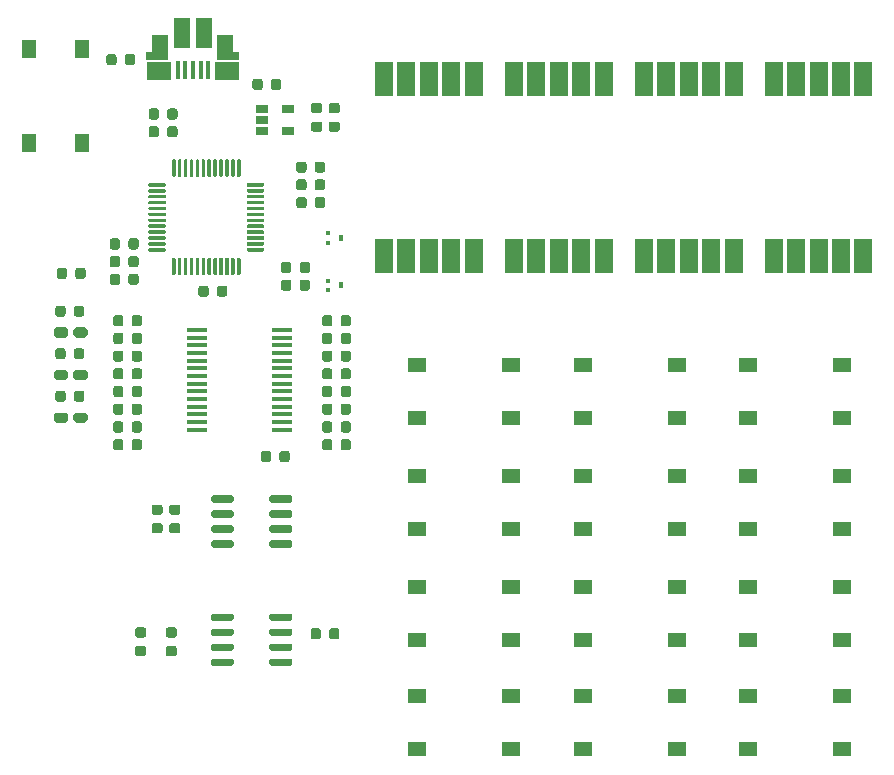
<source format=gbr>
%TF.GenerationSoftware,KiCad,Pcbnew,5.1.6~rc1+dfsg1-1+b1*%
%TF.CreationDate,2020-05-13T20:21:58-07:00*%
%TF.ProjectId,target_board,74617267-6574-45f6-926f-6172642e6b69,rev?*%
%TF.SameCoordinates,Original*%
%TF.FileFunction,Paste,Top*%
%TF.FilePolarity,Positive*%
%FSLAX46Y46*%
G04 Gerber Fmt 4.6, Leading zero omitted, Abs format (unit mm)*
G04 Created by KiCad (PCBNEW 5.1.6~rc1+dfsg1-1+b1) date 2020-05-13 20:21:58*
%MOMM*%
%LPD*%
G01*
G04 APERTURE LIST*
%ADD10R,1.550000X1.300000*%
%ADD11R,1.350000X2.000000*%
%ADD12R,1.825000X0.700000*%
%ADD13R,2.000000X1.500000*%
%ADD14R,0.400000X1.650000*%
%ADD15R,1.430000X2.500000*%
%ADD16R,0.450000X0.400000*%
%ADD17R,0.450000X0.500000*%
%ADD18R,1.300000X1.550000*%
%ADD19R,1.060000X0.650000*%
%ADD20R,1.650000X3.000000*%
%ADD21R,1.750000X0.450000*%
G04 APERTURE END LIST*
%TO.C,R29*%
G36*
G01*
X42943750Y-90537500D02*
X43456250Y-90537500D01*
G75*
G02*
X43675000Y-90756250I0J-218750D01*
G01*
X43675000Y-91193750D01*
G75*
G02*
X43456250Y-91412500I-218750J0D01*
G01*
X42943750Y-91412500D01*
G75*
G02*
X42725000Y-91193750I0J218750D01*
G01*
X42725000Y-90756250D01*
G75*
G02*
X42943750Y-90537500I218750J0D01*
G01*
G37*
G36*
G01*
X42943750Y-88962500D02*
X43456250Y-88962500D01*
G75*
G02*
X43675000Y-89181250I0J-218750D01*
G01*
X43675000Y-89618750D01*
G75*
G02*
X43456250Y-89837500I-218750J0D01*
G01*
X42943750Y-89837500D01*
G75*
G02*
X42725000Y-89618750I0J218750D01*
G01*
X42725000Y-89181250D01*
G75*
G02*
X42943750Y-88962500I218750J0D01*
G01*
G37*
%TD*%
%TO.C,R28*%
G36*
G01*
X40343750Y-90537500D02*
X40856250Y-90537500D01*
G75*
G02*
X41075000Y-90756250I0J-218750D01*
G01*
X41075000Y-91193750D01*
G75*
G02*
X40856250Y-91412500I-218750J0D01*
G01*
X40343750Y-91412500D01*
G75*
G02*
X40125000Y-91193750I0J218750D01*
G01*
X40125000Y-90756250D01*
G75*
G02*
X40343750Y-90537500I218750J0D01*
G01*
G37*
G36*
G01*
X40343750Y-88962500D02*
X40856250Y-88962500D01*
G75*
G02*
X41075000Y-89181250I0J-218750D01*
G01*
X41075000Y-89618750D01*
G75*
G02*
X40856250Y-89837500I-218750J0D01*
G01*
X40343750Y-89837500D01*
G75*
G02*
X40125000Y-89618750I0J218750D01*
G01*
X40125000Y-89181250D01*
G75*
G02*
X40343750Y-88962500I218750J0D01*
G01*
G37*
%TD*%
D10*
%TO.C,SW6*%
X78020000Y-71250000D03*
X78020000Y-66750000D03*
X85980000Y-66750000D03*
X85980000Y-71250000D03*
%TD*%
%TO.C,SW5*%
X71980000Y-99250000D03*
X71980000Y-94750000D03*
X64020000Y-94750000D03*
X64020000Y-99250000D03*
%TD*%
%TO.C,U3*%
G36*
G01*
X43487500Y-59150000D02*
X43337500Y-59150000D01*
G75*
G02*
X43262500Y-59075000I0J75000D01*
G01*
X43262500Y-57750000D01*
G75*
G02*
X43337500Y-57675000I75000J0D01*
G01*
X43487500Y-57675000D01*
G75*
G02*
X43562500Y-57750000I0J-75000D01*
G01*
X43562500Y-59075000D01*
G75*
G02*
X43487500Y-59150000I-75000J0D01*
G01*
G37*
G36*
G01*
X43987500Y-59150000D02*
X43837500Y-59150000D01*
G75*
G02*
X43762500Y-59075000I0J75000D01*
G01*
X43762500Y-57750000D01*
G75*
G02*
X43837500Y-57675000I75000J0D01*
G01*
X43987500Y-57675000D01*
G75*
G02*
X44062500Y-57750000I0J-75000D01*
G01*
X44062500Y-59075000D01*
G75*
G02*
X43987500Y-59150000I-75000J0D01*
G01*
G37*
G36*
G01*
X44487500Y-59150000D02*
X44337500Y-59150000D01*
G75*
G02*
X44262500Y-59075000I0J75000D01*
G01*
X44262500Y-57750000D01*
G75*
G02*
X44337500Y-57675000I75000J0D01*
G01*
X44487500Y-57675000D01*
G75*
G02*
X44562500Y-57750000I0J-75000D01*
G01*
X44562500Y-59075000D01*
G75*
G02*
X44487500Y-59150000I-75000J0D01*
G01*
G37*
G36*
G01*
X44987500Y-59150000D02*
X44837500Y-59150000D01*
G75*
G02*
X44762500Y-59075000I0J75000D01*
G01*
X44762500Y-57750000D01*
G75*
G02*
X44837500Y-57675000I75000J0D01*
G01*
X44987500Y-57675000D01*
G75*
G02*
X45062500Y-57750000I0J-75000D01*
G01*
X45062500Y-59075000D01*
G75*
G02*
X44987500Y-59150000I-75000J0D01*
G01*
G37*
G36*
G01*
X45487500Y-59150000D02*
X45337500Y-59150000D01*
G75*
G02*
X45262500Y-59075000I0J75000D01*
G01*
X45262500Y-57750000D01*
G75*
G02*
X45337500Y-57675000I75000J0D01*
G01*
X45487500Y-57675000D01*
G75*
G02*
X45562500Y-57750000I0J-75000D01*
G01*
X45562500Y-59075000D01*
G75*
G02*
X45487500Y-59150000I-75000J0D01*
G01*
G37*
G36*
G01*
X45987500Y-59150000D02*
X45837500Y-59150000D01*
G75*
G02*
X45762500Y-59075000I0J75000D01*
G01*
X45762500Y-57750000D01*
G75*
G02*
X45837500Y-57675000I75000J0D01*
G01*
X45987500Y-57675000D01*
G75*
G02*
X46062500Y-57750000I0J-75000D01*
G01*
X46062500Y-59075000D01*
G75*
G02*
X45987500Y-59150000I-75000J0D01*
G01*
G37*
G36*
G01*
X46487500Y-59150000D02*
X46337500Y-59150000D01*
G75*
G02*
X46262500Y-59075000I0J75000D01*
G01*
X46262500Y-57750000D01*
G75*
G02*
X46337500Y-57675000I75000J0D01*
G01*
X46487500Y-57675000D01*
G75*
G02*
X46562500Y-57750000I0J-75000D01*
G01*
X46562500Y-59075000D01*
G75*
G02*
X46487500Y-59150000I-75000J0D01*
G01*
G37*
G36*
G01*
X46987500Y-59150000D02*
X46837500Y-59150000D01*
G75*
G02*
X46762500Y-59075000I0J75000D01*
G01*
X46762500Y-57750000D01*
G75*
G02*
X46837500Y-57675000I75000J0D01*
G01*
X46987500Y-57675000D01*
G75*
G02*
X47062500Y-57750000I0J-75000D01*
G01*
X47062500Y-59075000D01*
G75*
G02*
X46987500Y-59150000I-75000J0D01*
G01*
G37*
G36*
G01*
X47487500Y-59150000D02*
X47337500Y-59150000D01*
G75*
G02*
X47262500Y-59075000I0J75000D01*
G01*
X47262500Y-57750000D01*
G75*
G02*
X47337500Y-57675000I75000J0D01*
G01*
X47487500Y-57675000D01*
G75*
G02*
X47562500Y-57750000I0J-75000D01*
G01*
X47562500Y-59075000D01*
G75*
G02*
X47487500Y-59150000I-75000J0D01*
G01*
G37*
G36*
G01*
X47987500Y-59150000D02*
X47837500Y-59150000D01*
G75*
G02*
X47762500Y-59075000I0J75000D01*
G01*
X47762500Y-57750000D01*
G75*
G02*
X47837500Y-57675000I75000J0D01*
G01*
X47987500Y-57675000D01*
G75*
G02*
X48062500Y-57750000I0J-75000D01*
G01*
X48062500Y-59075000D01*
G75*
G02*
X47987500Y-59150000I-75000J0D01*
G01*
G37*
G36*
G01*
X48487500Y-59150000D02*
X48337500Y-59150000D01*
G75*
G02*
X48262500Y-59075000I0J75000D01*
G01*
X48262500Y-57750000D01*
G75*
G02*
X48337500Y-57675000I75000J0D01*
G01*
X48487500Y-57675000D01*
G75*
G02*
X48562500Y-57750000I0J-75000D01*
G01*
X48562500Y-59075000D01*
G75*
G02*
X48487500Y-59150000I-75000J0D01*
G01*
G37*
G36*
G01*
X48987500Y-59150000D02*
X48837500Y-59150000D01*
G75*
G02*
X48762500Y-59075000I0J75000D01*
G01*
X48762500Y-57750000D01*
G75*
G02*
X48837500Y-57675000I75000J0D01*
G01*
X48987500Y-57675000D01*
G75*
G02*
X49062500Y-57750000I0J-75000D01*
G01*
X49062500Y-59075000D01*
G75*
G02*
X48987500Y-59150000I-75000J0D01*
G01*
G37*
G36*
G01*
X50987500Y-57150000D02*
X49662500Y-57150000D01*
G75*
G02*
X49587500Y-57075000I0J75000D01*
G01*
X49587500Y-56925000D01*
G75*
G02*
X49662500Y-56850000I75000J0D01*
G01*
X50987500Y-56850000D01*
G75*
G02*
X51062500Y-56925000I0J-75000D01*
G01*
X51062500Y-57075000D01*
G75*
G02*
X50987500Y-57150000I-75000J0D01*
G01*
G37*
G36*
G01*
X50987500Y-56650000D02*
X49662500Y-56650000D01*
G75*
G02*
X49587500Y-56575000I0J75000D01*
G01*
X49587500Y-56425000D01*
G75*
G02*
X49662500Y-56350000I75000J0D01*
G01*
X50987500Y-56350000D01*
G75*
G02*
X51062500Y-56425000I0J-75000D01*
G01*
X51062500Y-56575000D01*
G75*
G02*
X50987500Y-56650000I-75000J0D01*
G01*
G37*
G36*
G01*
X50987500Y-56150000D02*
X49662500Y-56150000D01*
G75*
G02*
X49587500Y-56075000I0J75000D01*
G01*
X49587500Y-55925000D01*
G75*
G02*
X49662500Y-55850000I75000J0D01*
G01*
X50987500Y-55850000D01*
G75*
G02*
X51062500Y-55925000I0J-75000D01*
G01*
X51062500Y-56075000D01*
G75*
G02*
X50987500Y-56150000I-75000J0D01*
G01*
G37*
G36*
G01*
X50987500Y-55650000D02*
X49662500Y-55650000D01*
G75*
G02*
X49587500Y-55575000I0J75000D01*
G01*
X49587500Y-55425000D01*
G75*
G02*
X49662500Y-55350000I75000J0D01*
G01*
X50987500Y-55350000D01*
G75*
G02*
X51062500Y-55425000I0J-75000D01*
G01*
X51062500Y-55575000D01*
G75*
G02*
X50987500Y-55650000I-75000J0D01*
G01*
G37*
G36*
G01*
X50987500Y-55150000D02*
X49662500Y-55150000D01*
G75*
G02*
X49587500Y-55075000I0J75000D01*
G01*
X49587500Y-54925000D01*
G75*
G02*
X49662500Y-54850000I75000J0D01*
G01*
X50987500Y-54850000D01*
G75*
G02*
X51062500Y-54925000I0J-75000D01*
G01*
X51062500Y-55075000D01*
G75*
G02*
X50987500Y-55150000I-75000J0D01*
G01*
G37*
G36*
G01*
X50987500Y-54650000D02*
X49662500Y-54650000D01*
G75*
G02*
X49587500Y-54575000I0J75000D01*
G01*
X49587500Y-54425000D01*
G75*
G02*
X49662500Y-54350000I75000J0D01*
G01*
X50987500Y-54350000D01*
G75*
G02*
X51062500Y-54425000I0J-75000D01*
G01*
X51062500Y-54575000D01*
G75*
G02*
X50987500Y-54650000I-75000J0D01*
G01*
G37*
G36*
G01*
X50987500Y-54150000D02*
X49662500Y-54150000D01*
G75*
G02*
X49587500Y-54075000I0J75000D01*
G01*
X49587500Y-53925000D01*
G75*
G02*
X49662500Y-53850000I75000J0D01*
G01*
X50987500Y-53850000D01*
G75*
G02*
X51062500Y-53925000I0J-75000D01*
G01*
X51062500Y-54075000D01*
G75*
G02*
X50987500Y-54150000I-75000J0D01*
G01*
G37*
G36*
G01*
X50987500Y-53650000D02*
X49662500Y-53650000D01*
G75*
G02*
X49587500Y-53575000I0J75000D01*
G01*
X49587500Y-53425000D01*
G75*
G02*
X49662500Y-53350000I75000J0D01*
G01*
X50987500Y-53350000D01*
G75*
G02*
X51062500Y-53425000I0J-75000D01*
G01*
X51062500Y-53575000D01*
G75*
G02*
X50987500Y-53650000I-75000J0D01*
G01*
G37*
G36*
G01*
X50987500Y-53150000D02*
X49662500Y-53150000D01*
G75*
G02*
X49587500Y-53075000I0J75000D01*
G01*
X49587500Y-52925000D01*
G75*
G02*
X49662500Y-52850000I75000J0D01*
G01*
X50987500Y-52850000D01*
G75*
G02*
X51062500Y-52925000I0J-75000D01*
G01*
X51062500Y-53075000D01*
G75*
G02*
X50987500Y-53150000I-75000J0D01*
G01*
G37*
G36*
G01*
X50987500Y-52650000D02*
X49662500Y-52650000D01*
G75*
G02*
X49587500Y-52575000I0J75000D01*
G01*
X49587500Y-52425000D01*
G75*
G02*
X49662500Y-52350000I75000J0D01*
G01*
X50987500Y-52350000D01*
G75*
G02*
X51062500Y-52425000I0J-75000D01*
G01*
X51062500Y-52575000D01*
G75*
G02*
X50987500Y-52650000I-75000J0D01*
G01*
G37*
G36*
G01*
X50987500Y-52150000D02*
X49662500Y-52150000D01*
G75*
G02*
X49587500Y-52075000I0J75000D01*
G01*
X49587500Y-51925000D01*
G75*
G02*
X49662500Y-51850000I75000J0D01*
G01*
X50987500Y-51850000D01*
G75*
G02*
X51062500Y-51925000I0J-75000D01*
G01*
X51062500Y-52075000D01*
G75*
G02*
X50987500Y-52150000I-75000J0D01*
G01*
G37*
G36*
G01*
X50987500Y-51650000D02*
X49662500Y-51650000D01*
G75*
G02*
X49587500Y-51575000I0J75000D01*
G01*
X49587500Y-51425000D01*
G75*
G02*
X49662500Y-51350000I75000J0D01*
G01*
X50987500Y-51350000D01*
G75*
G02*
X51062500Y-51425000I0J-75000D01*
G01*
X51062500Y-51575000D01*
G75*
G02*
X50987500Y-51650000I-75000J0D01*
G01*
G37*
G36*
G01*
X48987500Y-50825000D02*
X48837500Y-50825000D01*
G75*
G02*
X48762500Y-50750000I0J75000D01*
G01*
X48762500Y-49425000D01*
G75*
G02*
X48837500Y-49350000I75000J0D01*
G01*
X48987500Y-49350000D01*
G75*
G02*
X49062500Y-49425000I0J-75000D01*
G01*
X49062500Y-50750000D01*
G75*
G02*
X48987500Y-50825000I-75000J0D01*
G01*
G37*
G36*
G01*
X48487500Y-50825000D02*
X48337500Y-50825000D01*
G75*
G02*
X48262500Y-50750000I0J75000D01*
G01*
X48262500Y-49425000D01*
G75*
G02*
X48337500Y-49350000I75000J0D01*
G01*
X48487500Y-49350000D01*
G75*
G02*
X48562500Y-49425000I0J-75000D01*
G01*
X48562500Y-50750000D01*
G75*
G02*
X48487500Y-50825000I-75000J0D01*
G01*
G37*
G36*
G01*
X47987500Y-50825000D02*
X47837500Y-50825000D01*
G75*
G02*
X47762500Y-50750000I0J75000D01*
G01*
X47762500Y-49425000D01*
G75*
G02*
X47837500Y-49350000I75000J0D01*
G01*
X47987500Y-49350000D01*
G75*
G02*
X48062500Y-49425000I0J-75000D01*
G01*
X48062500Y-50750000D01*
G75*
G02*
X47987500Y-50825000I-75000J0D01*
G01*
G37*
G36*
G01*
X47487500Y-50825000D02*
X47337500Y-50825000D01*
G75*
G02*
X47262500Y-50750000I0J75000D01*
G01*
X47262500Y-49425000D01*
G75*
G02*
X47337500Y-49350000I75000J0D01*
G01*
X47487500Y-49350000D01*
G75*
G02*
X47562500Y-49425000I0J-75000D01*
G01*
X47562500Y-50750000D01*
G75*
G02*
X47487500Y-50825000I-75000J0D01*
G01*
G37*
G36*
G01*
X46987500Y-50825000D02*
X46837500Y-50825000D01*
G75*
G02*
X46762500Y-50750000I0J75000D01*
G01*
X46762500Y-49425000D01*
G75*
G02*
X46837500Y-49350000I75000J0D01*
G01*
X46987500Y-49350000D01*
G75*
G02*
X47062500Y-49425000I0J-75000D01*
G01*
X47062500Y-50750000D01*
G75*
G02*
X46987500Y-50825000I-75000J0D01*
G01*
G37*
G36*
G01*
X46487500Y-50825000D02*
X46337500Y-50825000D01*
G75*
G02*
X46262500Y-50750000I0J75000D01*
G01*
X46262500Y-49425000D01*
G75*
G02*
X46337500Y-49350000I75000J0D01*
G01*
X46487500Y-49350000D01*
G75*
G02*
X46562500Y-49425000I0J-75000D01*
G01*
X46562500Y-50750000D01*
G75*
G02*
X46487500Y-50825000I-75000J0D01*
G01*
G37*
G36*
G01*
X45987500Y-50825000D02*
X45837500Y-50825000D01*
G75*
G02*
X45762500Y-50750000I0J75000D01*
G01*
X45762500Y-49425000D01*
G75*
G02*
X45837500Y-49350000I75000J0D01*
G01*
X45987500Y-49350000D01*
G75*
G02*
X46062500Y-49425000I0J-75000D01*
G01*
X46062500Y-50750000D01*
G75*
G02*
X45987500Y-50825000I-75000J0D01*
G01*
G37*
G36*
G01*
X45487500Y-50825000D02*
X45337500Y-50825000D01*
G75*
G02*
X45262500Y-50750000I0J75000D01*
G01*
X45262500Y-49425000D01*
G75*
G02*
X45337500Y-49350000I75000J0D01*
G01*
X45487500Y-49350000D01*
G75*
G02*
X45562500Y-49425000I0J-75000D01*
G01*
X45562500Y-50750000D01*
G75*
G02*
X45487500Y-50825000I-75000J0D01*
G01*
G37*
G36*
G01*
X44987500Y-50825000D02*
X44837500Y-50825000D01*
G75*
G02*
X44762500Y-50750000I0J75000D01*
G01*
X44762500Y-49425000D01*
G75*
G02*
X44837500Y-49350000I75000J0D01*
G01*
X44987500Y-49350000D01*
G75*
G02*
X45062500Y-49425000I0J-75000D01*
G01*
X45062500Y-50750000D01*
G75*
G02*
X44987500Y-50825000I-75000J0D01*
G01*
G37*
G36*
G01*
X44487500Y-50825000D02*
X44337500Y-50825000D01*
G75*
G02*
X44262500Y-50750000I0J75000D01*
G01*
X44262500Y-49425000D01*
G75*
G02*
X44337500Y-49350000I75000J0D01*
G01*
X44487500Y-49350000D01*
G75*
G02*
X44562500Y-49425000I0J-75000D01*
G01*
X44562500Y-50750000D01*
G75*
G02*
X44487500Y-50825000I-75000J0D01*
G01*
G37*
G36*
G01*
X43987500Y-50825000D02*
X43837500Y-50825000D01*
G75*
G02*
X43762500Y-50750000I0J75000D01*
G01*
X43762500Y-49425000D01*
G75*
G02*
X43837500Y-49350000I75000J0D01*
G01*
X43987500Y-49350000D01*
G75*
G02*
X44062500Y-49425000I0J-75000D01*
G01*
X44062500Y-50750000D01*
G75*
G02*
X43987500Y-50825000I-75000J0D01*
G01*
G37*
G36*
G01*
X43487500Y-50825000D02*
X43337500Y-50825000D01*
G75*
G02*
X43262500Y-50750000I0J75000D01*
G01*
X43262500Y-49425000D01*
G75*
G02*
X43337500Y-49350000I75000J0D01*
G01*
X43487500Y-49350000D01*
G75*
G02*
X43562500Y-49425000I0J-75000D01*
G01*
X43562500Y-50750000D01*
G75*
G02*
X43487500Y-50825000I-75000J0D01*
G01*
G37*
G36*
G01*
X42662500Y-51650000D02*
X41337500Y-51650000D01*
G75*
G02*
X41262500Y-51575000I0J75000D01*
G01*
X41262500Y-51425000D01*
G75*
G02*
X41337500Y-51350000I75000J0D01*
G01*
X42662500Y-51350000D01*
G75*
G02*
X42737500Y-51425000I0J-75000D01*
G01*
X42737500Y-51575000D01*
G75*
G02*
X42662500Y-51650000I-75000J0D01*
G01*
G37*
G36*
G01*
X42662500Y-52150000D02*
X41337500Y-52150000D01*
G75*
G02*
X41262500Y-52075000I0J75000D01*
G01*
X41262500Y-51925000D01*
G75*
G02*
X41337500Y-51850000I75000J0D01*
G01*
X42662500Y-51850000D01*
G75*
G02*
X42737500Y-51925000I0J-75000D01*
G01*
X42737500Y-52075000D01*
G75*
G02*
X42662500Y-52150000I-75000J0D01*
G01*
G37*
G36*
G01*
X42662500Y-52650000D02*
X41337500Y-52650000D01*
G75*
G02*
X41262500Y-52575000I0J75000D01*
G01*
X41262500Y-52425000D01*
G75*
G02*
X41337500Y-52350000I75000J0D01*
G01*
X42662500Y-52350000D01*
G75*
G02*
X42737500Y-52425000I0J-75000D01*
G01*
X42737500Y-52575000D01*
G75*
G02*
X42662500Y-52650000I-75000J0D01*
G01*
G37*
G36*
G01*
X42662500Y-53150000D02*
X41337500Y-53150000D01*
G75*
G02*
X41262500Y-53075000I0J75000D01*
G01*
X41262500Y-52925000D01*
G75*
G02*
X41337500Y-52850000I75000J0D01*
G01*
X42662500Y-52850000D01*
G75*
G02*
X42737500Y-52925000I0J-75000D01*
G01*
X42737500Y-53075000D01*
G75*
G02*
X42662500Y-53150000I-75000J0D01*
G01*
G37*
G36*
G01*
X42662500Y-53650000D02*
X41337500Y-53650000D01*
G75*
G02*
X41262500Y-53575000I0J75000D01*
G01*
X41262500Y-53425000D01*
G75*
G02*
X41337500Y-53350000I75000J0D01*
G01*
X42662500Y-53350000D01*
G75*
G02*
X42737500Y-53425000I0J-75000D01*
G01*
X42737500Y-53575000D01*
G75*
G02*
X42662500Y-53650000I-75000J0D01*
G01*
G37*
G36*
G01*
X42662500Y-54150000D02*
X41337500Y-54150000D01*
G75*
G02*
X41262500Y-54075000I0J75000D01*
G01*
X41262500Y-53925000D01*
G75*
G02*
X41337500Y-53850000I75000J0D01*
G01*
X42662500Y-53850000D01*
G75*
G02*
X42737500Y-53925000I0J-75000D01*
G01*
X42737500Y-54075000D01*
G75*
G02*
X42662500Y-54150000I-75000J0D01*
G01*
G37*
G36*
G01*
X42662500Y-54650000D02*
X41337500Y-54650000D01*
G75*
G02*
X41262500Y-54575000I0J75000D01*
G01*
X41262500Y-54425000D01*
G75*
G02*
X41337500Y-54350000I75000J0D01*
G01*
X42662500Y-54350000D01*
G75*
G02*
X42737500Y-54425000I0J-75000D01*
G01*
X42737500Y-54575000D01*
G75*
G02*
X42662500Y-54650000I-75000J0D01*
G01*
G37*
G36*
G01*
X42662500Y-55150000D02*
X41337500Y-55150000D01*
G75*
G02*
X41262500Y-55075000I0J75000D01*
G01*
X41262500Y-54925000D01*
G75*
G02*
X41337500Y-54850000I75000J0D01*
G01*
X42662500Y-54850000D01*
G75*
G02*
X42737500Y-54925000I0J-75000D01*
G01*
X42737500Y-55075000D01*
G75*
G02*
X42662500Y-55150000I-75000J0D01*
G01*
G37*
G36*
G01*
X42662500Y-55650000D02*
X41337500Y-55650000D01*
G75*
G02*
X41262500Y-55575000I0J75000D01*
G01*
X41262500Y-55425000D01*
G75*
G02*
X41337500Y-55350000I75000J0D01*
G01*
X42662500Y-55350000D01*
G75*
G02*
X42737500Y-55425000I0J-75000D01*
G01*
X42737500Y-55575000D01*
G75*
G02*
X42662500Y-55650000I-75000J0D01*
G01*
G37*
G36*
G01*
X42662500Y-56150000D02*
X41337500Y-56150000D01*
G75*
G02*
X41262500Y-56075000I0J75000D01*
G01*
X41262500Y-55925000D01*
G75*
G02*
X41337500Y-55850000I75000J0D01*
G01*
X42662500Y-55850000D01*
G75*
G02*
X42737500Y-55925000I0J-75000D01*
G01*
X42737500Y-56075000D01*
G75*
G02*
X42662500Y-56150000I-75000J0D01*
G01*
G37*
G36*
G01*
X42662500Y-56650000D02*
X41337500Y-56650000D01*
G75*
G02*
X41262500Y-56575000I0J75000D01*
G01*
X41262500Y-56425000D01*
G75*
G02*
X41337500Y-56350000I75000J0D01*
G01*
X42662500Y-56350000D01*
G75*
G02*
X42737500Y-56425000I0J-75000D01*
G01*
X42737500Y-56575000D01*
G75*
G02*
X42662500Y-56650000I-75000J0D01*
G01*
G37*
G36*
G01*
X42662500Y-57150000D02*
X41337500Y-57150000D01*
G75*
G02*
X41262500Y-57075000I0J75000D01*
G01*
X41262500Y-56925000D01*
G75*
G02*
X41337500Y-56850000I75000J0D01*
G01*
X42662500Y-56850000D01*
G75*
G02*
X42737500Y-56925000I0J-75000D01*
G01*
X42737500Y-57075000D01*
G75*
G02*
X42662500Y-57150000I-75000J0D01*
G01*
G37*
%TD*%
%TO.C,C1*%
G36*
G01*
X34362500Y-58743750D02*
X34362500Y-59256250D01*
G75*
G02*
X34143750Y-59475000I-218750J0D01*
G01*
X33706250Y-59475000D01*
G75*
G02*
X33487500Y-59256250I0J218750D01*
G01*
X33487500Y-58743750D01*
G75*
G02*
X33706250Y-58525000I218750J0D01*
G01*
X34143750Y-58525000D01*
G75*
G02*
X34362500Y-58743750I0J-218750D01*
G01*
G37*
G36*
G01*
X35937500Y-58743750D02*
X35937500Y-59256250D01*
G75*
G02*
X35718750Y-59475000I-218750J0D01*
G01*
X35281250Y-59475000D01*
G75*
G02*
X35062500Y-59256250I0J218750D01*
G01*
X35062500Y-58743750D01*
G75*
G02*
X35281250Y-58525000I218750J0D01*
G01*
X35718750Y-58525000D01*
G75*
G02*
X35937500Y-58743750I0J-218750D01*
G01*
G37*
%TD*%
%TO.C,C2*%
G36*
G01*
X51637500Y-43256250D02*
X51637500Y-42743750D01*
G75*
G02*
X51856250Y-42525000I218750J0D01*
G01*
X52293750Y-42525000D01*
G75*
G02*
X52512500Y-42743750I0J-218750D01*
G01*
X52512500Y-43256250D01*
G75*
G02*
X52293750Y-43475000I-218750J0D01*
G01*
X51856250Y-43475000D01*
G75*
G02*
X51637500Y-43256250I0J218750D01*
G01*
G37*
G36*
G01*
X50062500Y-43256250D02*
X50062500Y-42743750D01*
G75*
G02*
X50281250Y-42525000I218750J0D01*
G01*
X50718750Y-42525000D01*
G75*
G02*
X50937500Y-42743750I0J-218750D01*
G01*
X50937500Y-43256250D01*
G75*
G02*
X50718750Y-43475000I-218750J0D01*
G01*
X50281250Y-43475000D01*
G75*
G02*
X50062500Y-43256250I0J218750D01*
G01*
G37*
%TD*%
%TO.C,C3*%
G36*
G01*
X55243750Y-46137500D02*
X55756250Y-46137500D01*
G75*
G02*
X55975000Y-46356250I0J-218750D01*
G01*
X55975000Y-46793750D01*
G75*
G02*
X55756250Y-47012500I-218750J0D01*
G01*
X55243750Y-47012500D01*
G75*
G02*
X55025000Y-46793750I0J218750D01*
G01*
X55025000Y-46356250D01*
G75*
G02*
X55243750Y-46137500I218750J0D01*
G01*
G37*
G36*
G01*
X55243750Y-44562500D02*
X55756250Y-44562500D01*
G75*
G02*
X55975000Y-44781250I0J-218750D01*
G01*
X55975000Y-45218750D01*
G75*
G02*
X55756250Y-45437500I-218750J0D01*
G01*
X55243750Y-45437500D01*
G75*
G02*
X55025000Y-45218750I0J218750D01*
G01*
X55025000Y-44781250D01*
G75*
G02*
X55243750Y-44562500I218750J0D01*
G01*
G37*
%TD*%
%TO.C,C4*%
G36*
G01*
X38862500Y-57743750D02*
X38862500Y-58256250D01*
G75*
G02*
X38643750Y-58475000I-218750J0D01*
G01*
X38206250Y-58475000D01*
G75*
G02*
X37987500Y-58256250I0J218750D01*
G01*
X37987500Y-57743750D01*
G75*
G02*
X38206250Y-57525000I218750J0D01*
G01*
X38643750Y-57525000D01*
G75*
G02*
X38862500Y-57743750I0J-218750D01*
G01*
G37*
G36*
G01*
X40437500Y-57743750D02*
X40437500Y-58256250D01*
G75*
G02*
X40218750Y-58475000I-218750J0D01*
G01*
X39781250Y-58475000D01*
G75*
G02*
X39562500Y-58256250I0J218750D01*
G01*
X39562500Y-57743750D01*
G75*
G02*
X39781250Y-57525000I218750J0D01*
G01*
X40218750Y-57525000D01*
G75*
G02*
X40437500Y-57743750I0J-218750D01*
G01*
G37*
%TD*%
%TO.C,C5*%
G36*
G01*
X41275000Y-45756250D02*
X41275000Y-45243750D01*
G75*
G02*
X41493750Y-45025000I218750J0D01*
G01*
X41931250Y-45025000D01*
G75*
G02*
X42150000Y-45243750I0J-218750D01*
G01*
X42150000Y-45756250D01*
G75*
G02*
X41931250Y-45975000I-218750J0D01*
G01*
X41493750Y-45975000D01*
G75*
G02*
X41275000Y-45756250I0J218750D01*
G01*
G37*
G36*
G01*
X42850000Y-45756250D02*
X42850000Y-45243750D01*
G75*
G02*
X43068750Y-45025000I218750J0D01*
G01*
X43506250Y-45025000D01*
G75*
G02*
X43725000Y-45243750I0J-218750D01*
G01*
X43725000Y-45756250D01*
G75*
G02*
X43506250Y-45975000I-218750J0D01*
G01*
X43068750Y-45975000D01*
G75*
G02*
X42850000Y-45756250I0J218750D01*
G01*
G37*
%TD*%
%TO.C,C6*%
G36*
G01*
X38862500Y-59243750D02*
X38862500Y-59756250D01*
G75*
G02*
X38643750Y-59975000I-218750J0D01*
G01*
X38206250Y-59975000D01*
G75*
G02*
X37987500Y-59756250I0J218750D01*
G01*
X37987500Y-59243750D01*
G75*
G02*
X38206250Y-59025000I218750J0D01*
G01*
X38643750Y-59025000D01*
G75*
G02*
X38862500Y-59243750I0J-218750D01*
G01*
G37*
G36*
G01*
X40437500Y-59243750D02*
X40437500Y-59756250D01*
G75*
G02*
X40218750Y-59975000I-218750J0D01*
G01*
X39781250Y-59975000D01*
G75*
G02*
X39562500Y-59756250I0J218750D01*
G01*
X39562500Y-59243750D01*
G75*
G02*
X39781250Y-59025000I218750J0D01*
G01*
X40218750Y-59025000D01*
G75*
G02*
X40437500Y-59243750I0J-218750D01*
G01*
G37*
%TD*%
%TO.C,C7*%
G36*
G01*
X53775000Y-50256250D02*
X53775000Y-49743750D01*
G75*
G02*
X53993750Y-49525000I218750J0D01*
G01*
X54431250Y-49525000D01*
G75*
G02*
X54650000Y-49743750I0J-218750D01*
G01*
X54650000Y-50256250D01*
G75*
G02*
X54431250Y-50475000I-218750J0D01*
G01*
X53993750Y-50475000D01*
G75*
G02*
X53775000Y-50256250I0J218750D01*
G01*
G37*
G36*
G01*
X55350000Y-50256250D02*
X55350000Y-49743750D01*
G75*
G02*
X55568750Y-49525000I218750J0D01*
G01*
X56006250Y-49525000D01*
G75*
G02*
X56225000Y-49743750I0J-218750D01*
G01*
X56225000Y-50256250D01*
G75*
G02*
X56006250Y-50475000I-218750J0D01*
G01*
X55568750Y-50475000D01*
G75*
G02*
X55350000Y-50256250I0J218750D01*
G01*
G37*
%TD*%
%TO.C,C8*%
G36*
G01*
X56743750Y-44562500D02*
X57256250Y-44562500D01*
G75*
G02*
X57475000Y-44781250I0J-218750D01*
G01*
X57475000Y-45218750D01*
G75*
G02*
X57256250Y-45437500I-218750J0D01*
G01*
X56743750Y-45437500D01*
G75*
G02*
X56525000Y-45218750I0J218750D01*
G01*
X56525000Y-44781250D01*
G75*
G02*
X56743750Y-44562500I218750J0D01*
G01*
G37*
G36*
G01*
X56743750Y-46137500D02*
X57256250Y-46137500D01*
G75*
G02*
X57475000Y-46356250I0J-218750D01*
G01*
X57475000Y-46793750D01*
G75*
G02*
X57256250Y-47012500I-218750J0D01*
G01*
X56743750Y-47012500D01*
G75*
G02*
X56525000Y-46793750I0J218750D01*
G01*
X56525000Y-46356250D01*
G75*
G02*
X56743750Y-46137500I218750J0D01*
G01*
G37*
%TD*%
%TO.C,C9*%
G36*
G01*
X41275000Y-47256250D02*
X41275000Y-46743750D01*
G75*
G02*
X41493750Y-46525000I218750J0D01*
G01*
X41931250Y-46525000D01*
G75*
G02*
X42150000Y-46743750I0J-218750D01*
G01*
X42150000Y-47256250D01*
G75*
G02*
X41931250Y-47475000I-218750J0D01*
G01*
X41493750Y-47475000D01*
G75*
G02*
X41275000Y-47256250I0J218750D01*
G01*
G37*
G36*
G01*
X42850000Y-47256250D02*
X42850000Y-46743750D01*
G75*
G02*
X43068750Y-46525000I218750J0D01*
G01*
X43506250Y-46525000D01*
G75*
G02*
X43725000Y-46743750I0J-218750D01*
G01*
X43725000Y-47256250D01*
G75*
G02*
X43506250Y-47475000I-218750J0D01*
G01*
X43068750Y-47475000D01*
G75*
G02*
X42850000Y-47256250I0J218750D01*
G01*
G37*
%TD*%
%TO.C,C10*%
G36*
G01*
X46362500Y-60243750D02*
X46362500Y-60756250D01*
G75*
G02*
X46143750Y-60975000I-218750J0D01*
G01*
X45706250Y-60975000D01*
G75*
G02*
X45487500Y-60756250I0J218750D01*
G01*
X45487500Y-60243750D01*
G75*
G02*
X45706250Y-60025000I218750J0D01*
G01*
X46143750Y-60025000D01*
G75*
G02*
X46362500Y-60243750I0J-218750D01*
G01*
G37*
G36*
G01*
X47937500Y-60243750D02*
X47937500Y-60756250D01*
G75*
G02*
X47718750Y-60975000I-218750J0D01*
G01*
X47281250Y-60975000D01*
G75*
G02*
X47062500Y-60756250I0J218750D01*
G01*
X47062500Y-60243750D01*
G75*
G02*
X47281250Y-60025000I218750J0D01*
G01*
X47718750Y-60025000D01*
G75*
G02*
X47937500Y-60243750I0J-218750D01*
G01*
G37*
%TD*%
%TO.C,C11*%
G36*
G01*
X40437500Y-56243750D02*
X40437500Y-56756250D01*
G75*
G02*
X40218750Y-56975000I-218750J0D01*
G01*
X39781250Y-56975000D01*
G75*
G02*
X39562500Y-56756250I0J218750D01*
G01*
X39562500Y-56243750D01*
G75*
G02*
X39781250Y-56025000I218750J0D01*
G01*
X40218750Y-56025000D01*
G75*
G02*
X40437500Y-56243750I0J-218750D01*
G01*
G37*
G36*
G01*
X38862500Y-56243750D02*
X38862500Y-56756250D01*
G75*
G02*
X38643750Y-56975000I-218750J0D01*
G01*
X38206250Y-56975000D01*
G75*
G02*
X37987500Y-56756250I0J218750D01*
G01*
X37987500Y-56243750D01*
G75*
G02*
X38206250Y-56025000I218750J0D01*
G01*
X38643750Y-56025000D01*
G75*
G02*
X38862500Y-56243750I0J-218750D01*
G01*
G37*
%TD*%
%TO.C,C12*%
G36*
G01*
X53225000Y-74243750D02*
X53225000Y-74756250D01*
G75*
G02*
X53006250Y-74975000I-218750J0D01*
G01*
X52568750Y-74975000D01*
G75*
G02*
X52350000Y-74756250I0J218750D01*
G01*
X52350000Y-74243750D01*
G75*
G02*
X52568750Y-74025000I218750J0D01*
G01*
X53006250Y-74025000D01*
G75*
G02*
X53225000Y-74243750I0J-218750D01*
G01*
G37*
G36*
G01*
X51650000Y-74243750D02*
X51650000Y-74756250D01*
G75*
G02*
X51431250Y-74975000I-218750J0D01*
G01*
X50993750Y-74975000D01*
G75*
G02*
X50775000Y-74756250I0J218750D01*
G01*
X50775000Y-74243750D01*
G75*
G02*
X50993750Y-74025000I218750J0D01*
G01*
X51431250Y-74025000D01*
G75*
G02*
X51650000Y-74243750I0J-218750D01*
G01*
G37*
%TD*%
%TO.C,D1*%
G36*
G01*
X33262500Y-64212500D02*
X33262500Y-63787500D01*
G75*
G02*
X33475000Y-63575000I212500J0D01*
G01*
X34275000Y-63575000D01*
G75*
G02*
X34487500Y-63787500I0J-212500D01*
G01*
X34487500Y-64212500D01*
G75*
G02*
X34275000Y-64425000I-212500J0D01*
G01*
X33475000Y-64425000D01*
G75*
G02*
X33262500Y-64212500I0J212500D01*
G01*
G37*
G36*
G01*
X34887500Y-64212500D02*
X34887500Y-63787500D01*
G75*
G02*
X35100000Y-63575000I212500J0D01*
G01*
X35900000Y-63575000D01*
G75*
G02*
X36112500Y-63787500I0J-212500D01*
G01*
X36112500Y-64212500D01*
G75*
G02*
X35900000Y-64425000I-212500J0D01*
G01*
X35100000Y-64425000D01*
G75*
G02*
X34887500Y-64212500I0J212500D01*
G01*
G37*
%TD*%
%TO.C,D2*%
G36*
G01*
X34887500Y-67812500D02*
X34887500Y-67387500D01*
G75*
G02*
X35100000Y-67175000I212500J0D01*
G01*
X35900000Y-67175000D01*
G75*
G02*
X36112500Y-67387500I0J-212500D01*
G01*
X36112500Y-67812500D01*
G75*
G02*
X35900000Y-68025000I-212500J0D01*
G01*
X35100000Y-68025000D01*
G75*
G02*
X34887500Y-67812500I0J212500D01*
G01*
G37*
G36*
G01*
X33262500Y-67812500D02*
X33262500Y-67387500D01*
G75*
G02*
X33475000Y-67175000I212500J0D01*
G01*
X34275000Y-67175000D01*
G75*
G02*
X34487500Y-67387500I0J-212500D01*
G01*
X34487500Y-67812500D01*
G75*
G02*
X34275000Y-68025000I-212500J0D01*
G01*
X33475000Y-68025000D01*
G75*
G02*
X33262500Y-67812500I0J212500D01*
G01*
G37*
%TD*%
%TO.C,D3*%
G36*
G01*
X33262500Y-71412500D02*
X33262500Y-70987500D01*
G75*
G02*
X33475000Y-70775000I212500J0D01*
G01*
X34275000Y-70775000D01*
G75*
G02*
X34487500Y-70987500I0J-212500D01*
G01*
X34487500Y-71412500D01*
G75*
G02*
X34275000Y-71625000I-212500J0D01*
G01*
X33475000Y-71625000D01*
G75*
G02*
X33262500Y-71412500I0J212500D01*
G01*
G37*
G36*
G01*
X34887500Y-71412500D02*
X34887500Y-70987500D01*
G75*
G02*
X35100000Y-70775000I212500J0D01*
G01*
X35900000Y-70775000D01*
G75*
G02*
X36112500Y-70987500I0J-212500D01*
G01*
X36112500Y-71412500D01*
G75*
G02*
X35900000Y-71625000I-212500J0D01*
G01*
X35100000Y-71625000D01*
G75*
G02*
X34887500Y-71412500I0J212500D01*
G01*
G37*
%TD*%
D11*
%TO.C,J1*%
X42275000Y-39815000D03*
X47755000Y-39815000D03*
D12*
X47975000Y-40565000D03*
X42025000Y-40565000D03*
D13*
X47875000Y-41865000D03*
X42125000Y-41885000D03*
D14*
X46325000Y-41765000D03*
X45675000Y-41765000D03*
X45025000Y-41765000D03*
X44375000Y-41765000D03*
X43725000Y-41765000D03*
D15*
X45985000Y-38615000D03*
X44065000Y-38615000D03*
%TD*%
D16*
%TO.C,Q1*%
X56425000Y-59600000D03*
X56425000Y-60400000D03*
D17*
X57575000Y-60000000D03*
%TD*%
%TO.C,Q2*%
X57575000Y-56000000D03*
D16*
X56425000Y-56400000D03*
X56425000Y-55600000D03*
%TD*%
%TO.C,R1*%
G36*
G01*
X43243750Y-78562500D02*
X43756250Y-78562500D01*
G75*
G02*
X43975000Y-78781250I0J-218750D01*
G01*
X43975000Y-79218750D01*
G75*
G02*
X43756250Y-79437500I-218750J0D01*
G01*
X43243750Y-79437500D01*
G75*
G02*
X43025000Y-79218750I0J218750D01*
G01*
X43025000Y-78781250D01*
G75*
G02*
X43243750Y-78562500I218750J0D01*
G01*
G37*
G36*
G01*
X43243750Y-80137500D02*
X43756250Y-80137500D01*
G75*
G02*
X43975000Y-80356250I0J-218750D01*
G01*
X43975000Y-80793750D01*
G75*
G02*
X43756250Y-81012500I-218750J0D01*
G01*
X43243750Y-81012500D01*
G75*
G02*
X43025000Y-80793750I0J218750D01*
G01*
X43025000Y-80356250D01*
G75*
G02*
X43243750Y-80137500I218750J0D01*
G01*
G37*
%TD*%
%TO.C,R2*%
G36*
G01*
X41743750Y-80137500D02*
X42256250Y-80137500D01*
G75*
G02*
X42475000Y-80356250I0J-218750D01*
G01*
X42475000Y-80793750D01*
G75*
G02*
X42256250Y-81012500I-218750J0D01*
G01*
X41743750Y-81012500D01*
G75*
G02*
X41525000Y-80793750I0J218750D01*
G01*
X41525000Y-80356250D01*
G75*
G02*
X41743750Y-80137500I218750J0D01*
G01*
G37*
G36*
G01*
X41743750Y-78562500D02*
X42256250Y-78562500D01*
G75*
G02*
X42475000Y-78781250I0J-218750D01*
G01*
X42475000Y-79218750D01*
G75*
G02*
X42256250Y-79437500I-218750J0D01*
G01*
X41743750Y-79437500D01*
G75*
G02*
X41525000Y-79218750I0J218750D01*
G01*
X41525000Y-78781250D01*
G75*
G02*
X41743750Y-78562500I218750J0D01*
G01*
G37*
%TD*%
%TO.C,R3*%
G36*
G01*
X39262500Y-41156250D02*
X39262500Y-40643750D01*
G75*
G02*
X39481250Y-40425000I218750J0D01*
G01*
X39918750Y-40425000D01*
G75*
G02*
X40137500Y-40643750I0J-218750D01*
G01*
X40137500Y-41156250D01*
G75*
G02*
X39918750Y-41375000I-218750J0D01*
G01*
X39481250Y-41375000D01*
G75*
G02*
X39262500Y-41156250I0J218750D01*
G01*
G37*
G36*
G01*
X37687500Y-41156250D02*
X37687500Y-40643750D01*
G75*
G02*
X37906250Y-40425000I218750J0D01*
G01*
X38343750Y-40425000D01*
G75*
G02*
X38562500Y-40643750I0J-218750D01*
G01*
X38562500Y-41156250D01*
G75*
G02*
X38343750Y-41375000I-218750J0D01*
G01*
X37906250Y-41375000D01*
G75*
G02*
X37687500Y-41156250I0J218750D01*
G01*
G37*
%TD*%
%TO.C,R4*%
G36*
G01*
X54987500Y-89756250D02*
X54987500Y-89243750D01*
G75*
G02*
X55206250Y-89025000I218750J0D01*
G01*
X55643750Y-89025000D01*
G75*
G02*
X55862500Y-89243750I0J-218750D01*
G01*
X55862500Y-89756250D01*
G75*
G02*
X55643750Y-89975000I-218750J0D01*
G01*
X55206250Y-89975000D01*
G75*
G02*
X54987500Y-89756250I0J218750D01*
G01*
G37*
G36*
G01*
X56562500Y-89756250D02*
X56562500Y-89243750D01*
G75*
G02*
X56781250Y-89025000I218750J0D01*
G01*
X57218750Y-89025000D01*
G75*
G02*
X57437500Y-89243750I0J-218750D01*
G01*
X57437500Y-89756250D01*
G75*
G02*
X57218750Y-89975000I-218750J0D01*
G01*
X56781250Y-89975000D01*
G75*
G02*
X56562500Y-89756250I0J218750D01*
G01*
G37*
%TD*%
%TO.C,R5*%
G36*
G01*
X34950000Y-62456250D02*
X34950000Y-61943750D01*
G75*
G02*
X35168750Y-61725000I218750J0D01*
G01*
X35606250Y-61725000D01*
G75*
G02*
X35825000Y-61943750I0J-218750D01*
G01*
X35825000Y-62456250D01*
G75*
G02*
X35606250Y-62675000I-218750J0D01*
G01*
X35168750Y-62675000D01*
G75*
G02*
X34950000Y-62456250I0J218750D01*
G01*
G37*
G36*
G01*
X33375000Y-62456250D02*
X33375000Y-61943750D01*
G75*
G02*
X33593750Y-61725000I218750J0D01*
G01*
X34031250Y-61725000D01*
G75*
G02*
X34250000Y-61943750I0J-218750D01*
G01*
X34250000Y-62456250D01*
G75*
G02*
X34031250Y-62675000I-218750J0D01*
G01*
X33593750Y-62675000D01*
G75*
G02*
X33375000Y-62456250I0J218750D01*
G01*
G37*
%TD*%
%TO.C,R6*%
G36*
G01*
X34950000Y-66056250D02*
X34950000Y-65543750D01*
G75*
G02*
X35168750Y-65325000I218750J0D01*
G01*
X35606250Y-65325000D01*
G75*
G02*
X35825000Y-65543750I0J-218750D01*
G01*
X35825000Y-66056250D01*
G75*
G02*
X35606250Y-66275000I-218750J0D01*
G01*
X35168750Y-66275000D01*
G75*
G02*
X34950000Y-66056250I0J218750D01*
G01*
G37*
G36*
G01*
X33375000Y-66056250D02*
X33375000Y-65543750D01*
G75*
G02*
X33593750Y-65325000I218750J0D01*
G01*
X34031250Y-65325000D01*
G75*
G02*
X34250000Y-65543750I0J-218750D01*
G01*
X34250000Y-66056250D01*
G75*
G02*
X34031250Y-66275000I-218750J0D01*
G01*
X33593750Y-66275000D01*
G75*
G02*
X33375000Y-66056250I0J218750D01*
G01*
G37*
%TD*%
%TO.C,R7*%
G36*
G01*
X53362500Y-58243750D02*
X53362500Y-58756250D01*
G75*
G02*
X53143750Y-58975000I-218750J0D01*
G01*
X52706250Y-58975000D01*
G75*
G02*
X52487500Y-58756250I0J218750D01*
G01*
X52487500Y-58243750D01*
G75*
G02*
X52706250Y-58025000I218750J0D01*
G01*
X53143750Y-58025000D01*
G75*
G02*
X53362500Y-58243750I0J-218750D01*
G01*
G37*
G36*
G01*
X54937500Y-58243750D02*
X54937500Y-58756250D01*
G75*
G02*
X54718750Y-58975000I-218750J0D01*
G01*
X54281250Y-58975000D01*
G75*
G02*
X54062500Y-58756250I0J218750D01*
G01*
X54062500Y-58243750D01*
G75*
G02*
X54281250Y-58025000I218750J0D01*
G01*
X54718750Y-58025000D01*
G75*
G02*
X54937500Y-58243750I0J-218750D01*
G01*
G37*
%TD*%
%TO.C,R8*%
G36*
G01*
X33387500Y-69656250D02*
X33387500Y-69143750D01*
G75*
G02*
X33606250Y-68925000I218750J0D01*
G01*
X34043750Y-68925000D01*
G75*
G02*
X34262500Y-69143750I0J-218750D01*
G01*
X34262500Y-69656250D01*
G75*
G02*
X34043750Y-69875000I-218750J0D01*
G01*
X33606250Y-69875000D01*
G75*
G02*
X33387500Y-69656250I0J218750D01*
G01*
G37*
G36*
G01*
X34962500Y-69656250D02*
X34962500Y-69143750D01*
G75*
G02*
X35181250Y-68925000I218750J0D01*
G01*
X35618750Y-68925000D01*
G75*
G02*
X35837500Y-69143750I0J-218750D01*
G01*
X35837500Y-69656250D01*
G75*
G02*
X35618750Y-69875000I-218750J0D01*
G01*
X35181250Y-69875000D01*
G75*
G02*
X34962500Y-69656250I0J218750D01*
G01*
G37*
%TD*%
%TO.C,R9*%
G36*
G01*
X54062500Y-60256250D02*
X54062500Y-59743750D01*
G75*
G02*
X54281250Y-59525000I218750J0D01*
G01*
X54718750Y-59525000D01*
G75*
G02*
X54937500Y-59743750I0J-218750D01*
G01*
X54937500Y-60256250D01*
G75*
G02*
X54718750Y-60475000I-218750J0D01*
G01*
X54281250Y-60475000D01*
G75*
G02*
X54062500Y-60256250I0J218750D01*
G01*
G37*
G36*
G01*
X52487500Y-60256250D02*
X52487500Y-59743750D01*
G75*
G02*
X52706250Y-59525000I218750J0D01*
G01*
X53143750Y-59525000D01*
G75*
G02*
X53362500Y-59743750I0J-218750D01*
G01*
X53362500Y-60256250D01*
G75*
G02*
X53143750Y-60475000I-218750J0D01*
G01*
X52706250Y-60475000D01*
G75*
G02*
X52487500Y-60256250I0J218750D01*
G01*
G37*
%TD*%
%TO.C,R10*%
G36*
G01*
X56225000Y-52743750D02*
X56225000Y-53256250D01*
G75*
G02*
X56006250Y-53475000I-218750J0D01*
G01*
X55568750Y-53475000D01*
G75*
G02*
X55350000Y-53256250I0J218750D01*
G01*
X55350000Y-52743750D01*
G75*
G02*
X55568750Y-52525000I218750J0D01*
G01*
X56006250Y-52525000D01*
G75*
G02*
X56225000Y-52743750I0J-218750D01*
G01*
G37*
G36*
G01*
X54650000Y-52743750D02*
X54650000Y-53256250D01*
G75*
G02*
X54431250Y-53475000I-218750J0D01*
G01*
X53993750Y-53475000D01*
G75*
G02*
X53775000Y-53256250I0J218750D01*
G01*
X53775000Y-52743750D01*
G75*
G02*
X53993750Y-52525000I218750J0D01*
G01*
X54431250Y-52525000D01*
G75*
G02*
X54650000Y-52743750I0J-218750D01*
G01*
G37*
%TD*%
%TO.C,R11*%
G36*
G01*
X53775000Y-51756250D02*
X53775000Y-51243750D01*
G75*
G02*
X53993750Y-51025000I218750J0D01*
G01*
X54431250Y-51025000D01*
G75*
G02*
X54650000Y-51243750I0J-218750D01*
G01*
X54650000Y-51756250D01*
G75*
G02*
X54431250Y-51975000I-218750J0D01*
G01*
X53993750Y-51975000D01*
G75*
G02*
X53775000Y-51756250I0J218750D01*
G01*
G37*
G36*
G01*
X55350000Y-51756250D02*
X55350000Y-51243750D01*
G75*
G02*
X55568750Y-51025000I218750J0D01*
G01*
X56006250Y-51025000D01*
G75*
G02*
X56225000Y-51243750I0J-218750D01*
G01*
X56225000Y-51756250D01*
G75*
G02*
X56006250Y-51975000I-218750J0D01*
G01*
X55568750Y-51975000D01*
G75*
G02*
X55350000Y-51756250I0J218750D01*
G01*
G37*
%TD*%
%TO.C,R12*%
G36*
G01*
X38275000Y-63256250D02*
X38275000Y-62743750D01*
G75*
G02*
X38493750Y-62525000I218750J0D01*
G01*
X38931250Y-62525000D01*
G75*
G02*
X39150000Y-62743750I0J-218750D01*
G01*
X39150000Y-63256250D01*
G75*
G02*
X38931250Y-63475000I-218750J0D01*
G01*
X38493750Y-63475000D01*
G75*
G02*
X38275000Y-63256250I0J218750D01*
G01*
G37*
G36*
G01*
X39850000Y-63256250D02*
X39850000Y-62743750D01*
G75*
G02*
X40068750Y-62525000I218750J0D01*
G01*
X40506250Y-62525000D01*
G75*
G02*
X40725000Y-62743750I0J-218750D01*
G01*
X40725000Y-63256250D01*
G75*
G02*
X40506250Y-63475000I-218750J0D01*
G01*
X40068750Y-63475000D01*
G75*
G02*
X39850000Y-63256250I0J218750D01*
G01*
G37*
%TD*%
%TO.C,R13*%
G36*
G01*
X39850000Y-64756250D02*
X39850000Y-64243750D01*
G75*
G02*
X40068750Y-64025000I218750J0D01*
G01*
X40506250Y-64025000D01*
G75*
G02*
X40725000Y-64243750I0J-218750D01*
G01*
X40725000Y-64756250D01*
G75*
G02*
X40506250Y-64975000I-218750J0D01*
G01*
X40068750Y-64975000D01*
G75*
G02*
X39850000Y-64756250I0J218750D01*
G01*
G37*
G36*
G01*
X38275000Y-64756250D02*
X38275000Y-64243750D01*
G75*
G02*
X38493750Y-64025000I218750J0D01*
G01*
X38931250Y-64025000D01*
G75*
G02*
X39150000Y-64243750I0J-218750D01*
G01*
X39150000Y-64756250D01*
G75*
G02*
X38931250Y-64975000I-218750J0D01*
G01*
X38493750Y-64975000D01*
G75*
G02*
X38275000Y-64756250I0J218750D01*
G01*
G37*
%TD*%
%TO.C,R14*%
G36*
G01*
X38275000Y-66256250D02*
X38275000Y-65743750D01*
G75*
G02*
X38493750Y-65525000I218750J0D01*
G01*
X38931250Y-65525000D01*
G75*
G02*
X39150000Y-65743750I0J-218750D01*
G01*
X39150000Y-66256250D01*
G75*
G02*
X38931250Y-66475000I-218750J0D01*
G01*
X38493750Y-66475000D01*
G75*
G02*
X38275000Y-66256250I0J218750D01*
G01*
G37*
G36*
G01*
X39850000Y-66256250D02*
X39850000Y-65743750D01*
G75*
G02*
X40068750Y-65525000I218750J0D01*
G01*
X40506250Y-65525000D01*
G75*
G02*
X40725000Y-65743750I0J-218750D01*
G01*
X40725000Y-66256250D01*
G75*
G02*
X40506250Y-66475000I-218750J0D01*
G01*
X40068750Y-66475000D01*
G75*
G02*
X39850000Y-66256250I0J218750D01*
G01*
G37*
%TD*%
%TO.C,R15*%
G36*
G01*
X39850000Y-67756250D02*
X39850000Y-67243750D01*
G75*
G02*
X40068750Y-67025000I218750J0D01*
G01*
X40506250Y-67025000D01*
G75*
G02*
X40725000Y-67243750I0J-218750D01*
G01*
X40725000Y-67756250D01*
G75*
G02*
X40506250Y-67975000I-218750J0D01*
G01*
X40068750Y-67975000D01*
G75*
G02*
X39850000Y-67756250I0J218750D01*
G01*
G37*
G36*
G01*
X38275000Y-67756250D02*
X38275000Y-67243750D01*
G75*
G02*
X38493750Y-67025000I218750J0D01*
G01*
X38931250Y-67025000D01*
G75*
G02*
X39150000Y-67243750I0J-218750D01*
G01*
X39150000Y-67756250D01*
G75*
G02*
X38931250Y-67975000I-218750J0D01*
G01*
X38493750Y-67975000D01*
G75*
G02*
X38275000Y-67756250I0J218750D01*
G01*
G37*
%TD*%
%TO.C,R16*%
G36*
G01*
X38275000Y-69256250D02*
X38275000Y-68743750D01*
G75*
G02*
X38493750Y-68525000I218750J0D01*
G01*
X38931250Y-68525000D01*
G75*
G02*
X39150000Y-68743750I0J-218750D01*
G01*
X39150000Y-69256250D01*
G75*
G02*
X38931250Y-69475000I-218750J0D01*
G01*
X38493750Y-69475000D01*
G75*
G02*
X38275000Y-69256250I0J218750D01*
G01*
G37*
G36*
G01*
X39850000Y-69256250D02*
X39850000Y-68743750D01*
G75*
G02*
X40068750Y-68525000I218750J0D01*
G01*
X40506250Y-68525000D01*
G75*
G02*
X40725000Y-68743750I0J-218750D01*
G01*
X40725000Y-69256250D01*
G75*
G02*
X40506250Y-69475000I-218750J0D01*
G01*
X40068750Y-69475000D01*
G75*
G02*
X39850000Y-69256250I0J218750D01*
G01*
G37*
%TD*%
%TO.C,R17*%
G36*
G01*
X38275000Y-70756250D02*
X38275000Y-70243750D01*
G75*
G02*
X38493750Y-70025000I218750J0D01*
G01*
X38931250Y-70025000D01*
G75*
G02*
X39150000Y-70243750I0J-218750D01*
G01*
X39150000Y-70756250D01*
G75*
G02*
X38931250Y-70975000I-218750J0D01*
G01*
X38493750Y-70975000D01*
G75*
G02*
X38275000Y-70756250I0J218750D01*
G01*
G37*
G36*
G01*
X39850000Y-70756250D02*
X39850000Y-70243750D01*
G75*
G02*
X40068750Y-70025000I218750J0D01*
G01*
X40506250Y-70025000D01*
G75*
G02*
X40725000Y-70243750I0J-218750D01*
G01*
X40725000Y-70756250D01*
G75*
G02*
X40506250Y-70975000I-218750J0D01*
G01*
X40068750Y-70975000D01*
G75*
G02*
X39850000Y-70756250I0J218750D01*
G01*
G37*
%TD*%
%TO.C,R18*%
G36*
G01*
X39850000Y-72256250D02*
X39850000Y-71743750D01*
G75*
G02*
X40068750Y-71525000I218750J0D01*
G01*
X40506250Y-71525000D01*
G75*
G02*
X40725000Y-71743750I0J-218750D01*
G01*
X40725000Y-72256250D01*
G75*
G02*
X40506250Y-72475000I-218750J0D01*
G01*
X40068750Y-72475000D01*
G75*
G02*
X39850000Y-72256250I0J218750D01*
G01*
G37*
G36*
G01*
X38275000Y-72256250D02*
X38275000Y-71743750D01*
G75*
G02*
X38493750Y-71525000I218750J0D01*
G01*
X38931250Y-71525000D01*
G75*
G02*
X39150000Y-71743750I0J-218750D01*
G01*
X39150000Y-72256250D01*
G75*
G02*
X38931250Y-72475000I-218750J0D01*
G01*
X38493750Y-72475000D01*
G75*
G02*
X38275000Y-72256250I0J218750D01*
G01*
G37*
%TD*%
%TO.C,R19*%
G36*
G01*
X38275000Y-73756250D02*
X38275000Y-73243750D01*
G75*
G02*
X38493750Y-73025000I218750J0D01*
G01*
X38931250Y-73025000D01*
G75*
G02*
X39150000Y-73243750I0J-218750D01*
G01*
X39150000Y-73756250D01*
G75*
G02*
X38931250Y-73975000I-218750J0D01*
G01*
X38493750Y-73975000D01*
G75*
G02*
X38275000Y-73756250I0J218750D01*
G01*
G37*
G36*
G01*
X39850000Y-73756250D02*
X39850000Y-73243750D01*
G75*
G02*
X40068750Y-73025000I218750J0D01*
G01*
X40506250Y-73025000D01*
G75*
G02*
X40725000Y-73243750I0J-218750D01*
G01*
X40725000Y-73756250D01*
G75*
G02*
X40506250Y-73975000I-218750J0D01*
G01*
X40068750Y-73975000D01*
G75*
G02*
X39850000Y-73756250I0J218750D01*
G01*
G37*
%TD*%
%TO.C,R20*%
G36*
G01*
X56837500Y-73243750D02*
X56837500Y-73756250D01*
G75*
G02*
X56618750Y-73975000I-218750J0D01*
G01*
X56181250Y-73975000D01*
G75*
G02*
X55962500Y-73756250I0J218750D01*
G01*
X55962500Y-73243750D01*
G75*
G02*
X56181250Y-73025000I218750J0D01*
G01*
X56618750Y-73025000D01*
G75*
G02*
X56837500Y-73243750I0J-218750D01*
G01*
G37*
G36*
G01*
X58412500Y-73243750D02*
X58412500Y-73756250D01*
G75*
G02*
X58193750Y-73975000I-218750J0D01*
G01*
X57756250Y-73975000D01*
G75*
G02*
X57537500Y-73756250I0J218750D01*
G01*
X57537500Y-73243750D01*
G75*
G02*
X57756250Y-73025000I218750J0D01*
G01*
X58193750Y-73025000D01*
G75*
G02*
X58412500Y-73243750I0J-218750D01*
G01*
G37*
%TD*%
%TO.C,R21*%
G36*
G01*
X58412500Y-71743750D02*
X58412500Y-72256250D01*
G75*
G02*
X58193750Y-72475000I-218750J0D01*
G01*
X57756250Y-72475000D01*
G75*
G02*
X57537500Y-72256250I0J218750D01*
G01*
X57537500Y-71743750D01*
G75*
G02*
X57756250Y-71525000I218750J0D01*
G01*
X58193750Y-71525000D01*
G75*
G02*
X58412500Y-71743750I0J-218750D01*
G01*
G37*
G36*
G01*
X56837500Y-71743750D02*
X56837500Y-72256250D01*
G75*
G02*
X56618750Y-72475000I-218750J0D01*
G01*
X56181250Y-72475000D01*
G75*
G02*
X55962500Y-72256250I0J218750D01*
G01*
X55962500Y-71743750D01*
G75*
G02*
X56181250Y-71525000I218750J0D01*
G01*
X56618750Y-71525000D01*
G75*
G02*
X56837500Y-71743750I0J-218750D01*
G01*
G37*
%TD*%
%TO.C,R22*%
G36*
G01*
X56837500Y-70243750D02*
X56837500Y-70756250D01*
G75*
G02*
X56618750Y-70975000I-218750J0D01*
G01*
X56181250Y-70975000D01*
G75*
G02*
X55962500Y-70756250I0J218750D01*
G01*
X55962500Y-70243750D01*
G75*
G02*
X56181250Y-70025000I218750J0D01*
G01*
X56618750Y-70025000D01*
G75*
G02*
X56837500Y-70243750I0J-218750D01*
G01*
G37*
G36*
G01*
X58412500Y-70243750D02*
X58412500Y-70756250D01*
G75*
G02*
X58193750Y-70975000I-218750J0D01*
G01*
X57756250Y-70975000D01*
G75*
G02*
X57537500Y-70756250I0J218750D01*
G01*
X57537500Y-70243750D01*
G75*
G02*
X57756250Y-70025000I218750J0D01*
G01*
X58193750Y-70025000D01*
G75*
G02*
X58412500Y-70243750I0J-218750D01*
G01*
G37*
%TD*%
%TO.C,R23*%
G36*
G01*
X58412500Y-68743750D02*
X58412500Y-69256250D01*
G75*
G02*
X58193750Y-69475000I-218750J0D01*
G01*
X57756250Y-69475000D01*
G75*
G02*
X57537500Y-69256250I0J218750D01*
G01*
X57537500Y-68743750D01*
G75*
G02*
X57756250Y-68525000I218750J0D01*
G01*
X58193750Y-68525000D01*
G75*
G02*
X58412500Y-68743750I0J-218750D01*
G01*
G37*
G36*
G01*
X56837500Y-68743750D02*
X56837500Y-69256250D01*
G75*
G02*
X56618750Y-69475000I-218750J0D01*
G01*
X56181250Y-69475000D01*
G75*
G02*
X55962500Y-69256250I0J218750D01*
G01*
X55962500Y-68743750D01*
G75*
G02*
X56181250Y-68525000I218750J0D01*
G01*
X56618750Y-68525000D01*
G75*
G02*
X56837500Y-68743750I0J-218750D01*
G01*
G37*
%TD*%
%TO.C,R24*%
G36*
G01*
X56837500Y-67243750D02*
X56837500Y-67756250D01*
G75*
G02*
X56618750Y-67975000I-218750J0D01*
G01*
X56181250Y-67975000D01*
G75*
G02*
X55962500Y-67756250I0J218750D01*
G01*
X55962500Y-67243750D01*
G75*
G02*
X56181250Y-67025000I218750J0D01*
G01*
X56618750Y-67025000D01*
G75*
G02*
X56837500Y-67243750I0J-218750D01*
G01*
G37*
G36*
G01*
X58412500Y-67243750D02*
X58412500Y-67756250D01*
G75*
G02*
X58193750Y-67975000I-218750J0D01*
G01*
X57756250Y-67975000D01*
G75*
G02*
X57537500Y-67756250I0J218750D01*
G01*
X57537500Y-67243750D01*
G75*
G02*
X57756250Y-67025000I218750J0D01*
G01*
X58193750Y-67025000D01*
G75*
G02*
X58412500Y-67243750I0J-218750D01*
G01*
G37*
%TD*%
%TO.C,R25*%
G36*
G01*
X58412500Y-65743750D02*
X58412500Y-66256250D01*
G75*
G02*
X58193750Y-66475000I-218750J0D01*
G01*
X57756250Y-66475000D01*
G75*
G02*
X57537500Y-66256250I0J218750D01*
G01*
X57537500Y-65743750D01*
G75*
G02*
X57756250Y-65525000I218750J0D01*
G01*
X58193750Y-65525000D01*
G75*
G02*
X58412500Y-65743750I0J-218750D01*
G01*
G37*
G36*
G01*
X56837500Y-65743750D02*
X56837500Y-66256250D01*
G75*
G02*
X56618750Y-66475000I-218750J0D01*
G01*
X56181250Y-66475000D01*
G75*
G02*
X55962500Y-66256250I0J218750D01*
G01*
X55962500Y-65743750D01*
G75*
G02*
X56181250Y-65525000I218750J0D01*
G01*
X56618750Y-65525000D01*
G75*
G02*
X56837500Y-65743750I0J-218750D01*
G01*
G37*
%TD*%
%TO.C,R26*%
G36*
G01*
X56837500Y-64243750D02*
X56837500Y-64756250D01*
G75*
G02*
X56618750Y-64975000I-218750J0D01*
G01*
X56181250Y-64975000D01*
G75*
G02*
X55962500Y-64756250I0J218750D01*
G01*
X55962500Y-64243750D01*
G75*
G02*
X56181250Y-64025000I218750J0D01*
G01*
X56618750Y-64025000D01*
G75*
G02*
X56837500Y-64243750I0J-218750D01*
G01*
G37*
G36*
G01*
X58412500Y-64243750D02*
X58412500Y-64756250D01*
G75*
G02*
X58193750Y-64975000I-218750J0D01*
G01*
X57756250Y-64975000D01*
G75*
G02*
X57537500Y-64756250I0J218750D01*
G01*
X57537500Y-64243750D01*
G75*
G02*
X57756250Y-64025000I218750J0D01*
G01*
X58193750Y-64025000D01*
G75*
G02*
X58412500Y-64243750I0J-218750D01*
G01*
G37*
%TD*%
%TO.C,R27*%
G36*
G01*
X58412500Y-62743750D02*
X58412500Y-63256250D01*
G75*
G02*
X58193750Y-63475000I-218750J0D01*
G01*
X57756250Y-63475000D01*
G75*
G02*
X57537500Y-63256250I0J218750D01*
G01*
X57537500Y-62743750D01*
G75*
G02*
X57756250Y-62525000I218750J0D01*
G01*
X58193750Y-62525000D01*
G75*
G02*
X58412500Y-62743750I0J-218750D01*
G01*
G37*
G36*
G01*
X56837500Y-62743750D02*
X56837500Y-63256250D01*
G75*
G02*
X56618750Y-63475000I-218750J0D01*
G01*
X56181250Y-63475000D01*
G75*
G02*
X55962500Y-63256250I0J218750D01*
G01*
X55962500Y-62743750D01*
G75*
G02*
X56181250Y-62525000I218750J0D01*
G01*
X56618750Y-62525000D01*
G75*
G02*
X56837500Y-62743750I0J-218750D01*
G01*
G37*
%TD*%
D18*
%TO.C,SW1*%
X31150000Y-40020000D03*
X35650000Y-40020000D03*
X35650000Y-47980000D03*
X31150000Y-47980000D03*
%TD*%
D10*
%TO.C,SW2*%
X64020000Y-71250000D03*
X64020000Y-66750000D03*
X71980000Y-66750000D03*
X71980000Y-71250000D03*
%TD*%
%TO.C,SW3*%
X71980000Y-80650000D03*
X71980000Y-76150000D03*
X64020000Y-76150000D03*
X64020000Y-80650000D03*
%TD*%
%TO.C,SW4*%
X64020000Y-90050000D03*
X64020000Y-85550000D03*
X71980000Y-85550000D03*
X71980000Y-90050000D03*
%TD*%
%TO.C,SW7*%
X85980000Y-80650000D03*
X85980000Y-76150000D03*
X78020000Y-76150000D03*
X78020000Y-80650000D03*
%TD*%
%TO.C,SW8*%
X78020000Y-90050000D03*
X78020000Y-85550000D03*
X85980000Y-85550000D03*
X85980000Y-90050000D03*
%TD*%
%TO.C,SW9*%
X85980000Y-99250000D03*
X85980000Y-94750000D03*
X78020000Y-94750000D03*
X78020000Y-99250000D03*
%TD*%
%TO.C,SW10*%
X92020000Y-71250000D03*
X92020000Y-66750000D03*
X99980000Y-66750000D03*
X99980000Y-71250000D03*
%TD*%
%TO.C,SW11*%
X99980000Y-80650000D03*
X99980000Y-76150000D03*
X92020000Y-76150000D03*
X92020000Y-80650000D03*
%TD*%
%TO.C,SW12*%
X92020000Y-90050000D03*
X92020000Y-85550000D03*
X99980000Y-85550000D03*
X99980000Y-90050000D03*
%TD*%
%TO.C,SW13*%
X99980000Y-99250000D03*
X99980000Y-94750000D03*
X92020000Y-94750000D03*
X92020000Y-99250000D03*
%TD*%
%TO.C,U1*%
G36*
G01*
X46550000Y-78245000D02*
X46550000Y-77945000D01*
G75*
G02*
X46700000Y-77795000I150000J0D01*
G01*
X48350000Y-77795000D01*
G75*
G02*
X48500000Y-77945000I0J-150000D01*
G01*
X48500000Y-78245000D01*
G75*
G02*
X48350000Y-78395000I-150000J0D01*
G01*
X46700000Y-78395000D01*
G75*
G02*
X46550000Y-78245000I0J150000D01*
G01*
G37*
G36*
G01*
X46550000Y-79515000D02*
X46550000Y-79215000D01*
G75*
G02*
X46700000Y-79065000I150000J0D01*
G01*
X48350000Y-79065000D01*
G75*
G02*
X48500000Y-79215000I0J-150000D01*
G01*
X48500000Y-79515000D01*
G75*
G02*
X48350000Y-79665000I-150000J0D01*
G01*
X46700000Y-79665000D01*
G75*
G02*
X46550000Y-79515000I0J150000D01*
G01*
G37*
G36*
G01*
X46550000Y-80785000D02*
X46550000Y-80485000D01*
G75*
G02*
X46700000Y-80335000I150000J0D01*
G01*
X48350000Y-80335000D01*
G75*
G02*
X48500000Y-80485000I0J-150000D01*
G01*
X48500000Y-80785000D01*
G75*
G02*
X48350000Y-80935000I-150000J0D01*
G01*
X46700000Y-80935000D01*
G75*
G02*
X46550000Y-80785000I0J150000D01*
G01*
G37*
G36*
G01*
X46550000Y-82055000D02*
X46550000Y-81755000D01*
G75*
G02*
X46700000Y-81605000I150000J0D01*
G01*
X48350000Y-81605000D01*
G75*
G02*
X48500000Y-81755000I0J-150000D01*
G01*
X48500000Y-82055000D01*
G75*
G02*
X48350000Y-82205000I-150000J0D01*
G01*
X46700000Y-82205000D01*
G75*
G02*
X46550000Y-82055000I0J150000D01*
G01*
G37*
G36*
G01*
X51500000Y-82055000D02*
X51500000Y-81755000D01*
G75*
G02*
X51650000Y-81605000I150000J0D01*
G01*
X53300000Y-81605000D01*
G75*
G02*
X53450000Y-81755000I0J-150000D01*
G01*
X53450000Y-82055000D01*
G75*
G02*
X53300000Y-82205000I-150000J0D01*
G01*
X51650000Y-82205000D01*
G75*
G02*
X51500000Y-82055000I0J150000D01*
G01*
G37*
G36*
G01*
X51500000Y-80785000D02*
X51500000Y-80485000D01*
G75*
G02*
X51650000Y-80335000I150000J0D01*
G01*
X53300000Y-80335000D01*
G75*
G02*
X53450000Y-80485000I0J-150000D01*
G01*
X53450000Y-80785000D01*
G75*
G02*
X53300000Y-80935000I-150000J0D01*
G01*
X51650000Y-80935000D01*
G75*
G02*
X51500000Y-80785000I0J150000D01*
G01*
G37*
G36*
G01*
X51500000Y-79515000D02*
X51500000Y-79215000D01*
G75*
G02*
X51650000Y-79065000I150000J0D01*
G01*
X53300000Y-79065000D01*
G75*
G02*
X53450000Y-79215000I0J-150000D01*
G01*
X53450000Y-79515000D01*
G75*
G02*
X53300000Y-79665000I-150000J0D01*
G01*
X51650000Y-79665000D01*
G75*
G02*
X51500000Y-79515000I0J150000D01*
G01*
G37*
G36*
G01*
X51500000Y-78245000D02*
X51500000Y-77945000D01*
G75*
G02*
X51650000Y-77795000I150000J0D01*
G01*
X53300000Y-77795000D01*
G75*
G02*
X53450000Y-77945000I0J-150000D01*
G01*
X53450000Y-78245000D01*
G75*
G02*
X53300000Y-78395000I-150000J0D01*
G01*
X51650000Y-78395000D01*
G75*
G02*
X51500000Y-78245000I0J150000D01*
G01*
G37*
%TD*%
D19*
%TO.C,U2*%
X50900000Y-45050000D03*
X50900000Y-46000000D03*
X50900000Y-46950000D03*
X53100000Y-46950000D03*
X53100000Y-45050000D03*
%TD*%
%TO.C,U4*%
G36*
G01*
X51500000Y-88245000D02*
X51500000Y-87945000D01*
G75*
G02*
X51650000Y-87795000I150000J0D01*
G01*
X53300000Y-87795000D01*
G75*
G02*
X53450000Y-87945000I0J-150000D01*
G01*
X53450000Y-88245000D01*
G75*
G02*
X53300000Y-88395000I-150000J0D01*
G01*
X51650000Y-88395000D01*
G75*
G02*
X51500000Y-88245000I0J150000D01*
G01*
G37*
G36*
G01*
X51500000Y-89515000D02*
X51500000Y-89215000D01*
G75*
G02*
X51650000Y-89065000I150000J0D01*
G01*
X53300000Y-89065000D01*
G75*
G02*
X53450000Y-89215000I0J-150000D01*
G01*
X53450000Y-89515000D01*
G75*
G02*
X53300000Y-89665000I-150000J0D01*
G01*
X51650000Y-89665000D01*
G75*
G02*
X51500000Y-89515000I0J150000D01*
G01*
G37*
G36*
G01*
X51500000Y-90785000D02*
X51500000Y-90485000D01*
G75*
G02*
X51650000Y-90335000I150000J0D01*
G01*
X53300000Y-90335000D01*
G75*
G02*
X53450000Y-90485000I0J-150000D01*
G01*
X53450000Y-90785000D01*
G75*
G02*
X53300000Y-90935000I-150000J0D01*
G01*
X51650000Y-90935000D01*
G75*
G02*
X51500000Y-90785000I0J150000D01*
G01*
G37*
G36*
G01*
X51500000Y-92055000D02*
X51500000Y-91755000D01*
G75*
G02*
X51650000Y-91605000I150000J0D01*
G01*
X53300000Y-91605000D01*
G75*
G02*
X53450000Y-91755000I0J-150000D01*
G01*
X53450000Y-92055000D01*
G75*
G02*
X53300000Y-92205000I-150000J0D01*
G01*
X51650000Y-92205000D01*
G75*
G02*
X51500000Y-92055000I0J150000D01*
G01*
G37*
G36*
G01*
X46550000Y-92055000D02*
X46550000Y-91755000D01*
G75*
G02*
X46700000Y-91605000I150000J0D01*
G01*
X48350000Y-91605000D01*
G75*
G02*
X48500000Y-91755000I0J-150000D01*
G01*
X48500000Y-92055000D01*
G75*
G02*
X48350000Y-92205000I-150000J0D01*
G01*
X46700000Y-92205000D01*
G75*
G02*
X46550000Y-92055000I0J150000D01*
G01*
G37*
G36*
G01*
X46550000Y-90785000D02*
X46550000Y-90485000D01*
G75*
G02*
X46700000Y-90335000I150000J0D01*
G01*
X48350000Y-90335000D01*
G75*
G02*
X48500000Y-90485000I0J-150000D01*
G01*
X48500000Y-90785000D01*
G75*
G02*
X48350000Y-90935000I-150000J0D01*
G01*
X46700000Y-90935000D01*
G75*
G02*
X46550000Y-90785000I0J150000D01*
G01*
G37*
G36*
G01*
X46550000Y-89515000D02*
X46550000Y-89215000D01*
G75*
G02*
X46700000Y-89065000I150000J0D01*
G01*
X48350000Y-89065000D01*
G75*
G02*
X48500000Y-89215000I0J-150000D01*
G01*
X48500000Y-89515000D01*
G75*
G02*
X48350000Y-89665000I-150000J0D01*
G01*
X46700000Y-89665000D01*
G75*
G02*
X46550000Y-89515000I0J150000D01*
G01*
G37*
G36*
G01*
X46550000Y-88245000D02*
X46550000Y-87945000D01*
G75*
G02*
X46700000Y-87795000I150000J0D01*
G01*
X48350000Y-87795000D01*
G75*
G02*
X48500000Y-87945000I0J-150000D01*
G01*
X48500000Y-88245000D01*
G75*
G02*
X48350000Y-88395000I-150000J0D01*
G01*
X46700000Y-88395000D01*
G75*
G02*
X46550000Y-88245000I0J150000D01*
G01*
G37*
%TD*%
D20*
%TO.C,U5*%
X68800000Y-57500000D03*
X68800000Y-42500000D03*
X66900000Y-57500000D03*
X66900000Y-42500000D03*
X65000000Y-57500000D03*
X65000000Y-42500000D03*
X63100000Y-57500000D03*
X63100000Y-42500000D03*
X61200000Y-57500000D03*
X61200000Y-42500000D03*
%TD*%
%TO.C,U6*%
X79800000Y-57500000D03*
X79800000Y-42500000D03*
X77900000Y-57500000D03*
X77900000Y-42500000D03*
X76000000Y-57500000D03*
X76000000Y-42500000D03*
X74100000Y-57500000D03*
X74100000Y-42500000D03*
X72200000Y-57500000D03*
X72200000Y-42500000D03*
%TD*%
%TO.C,U7*%
X83200000Y-42500000D03*
X83200000Y-57500000D03*
X85100000Y-42500000D03*
X85100000Y-57500000D03*
X87000000Y-42500000D03*
X87000000Y-57500000D03*
X88900000Y-42500000D03*
X88900000Y-57500000D03*
X90800000Y-42500000D03*
X90800000Y-57500000D03*
%TD*%
%TO.C,U8*%
X94200000Y-42500000D03*
X94200000Y-57500000D03*
X96100000Y-42500000D03*
X96100000Y-57500000D03*
X98000000Y-42500000D03*
X98000000Y-57500000D03*
X99900000Y-42500000D03*
X99900000Y-57500000D03*
X101800000Y-42500000D03*
X101800000Y-57500000D03*
%TD*%
D21*
%TO.C,U9*%
X45400000Y-63775000D03*
X45400000Y-64425000D03*
X45400000Y-65075000D03*
X45400000Y-65725000D03*
X45400000Y-66375000D03*
X45400000Y-67025000D03*
X45400000Y-67675000D03*
X45400000Y-68325000D03*
X45400000Y-68975000D03*
X45400000Y-69625000D03*
X45400000Y-70275000D03*
X45400000Y-70925000D03*
X45400000Y-71575000D03*
X45400000Y-72225000D03*
X52600000Y-72225000D03*
X52600000Y-71575000D03*
X52600000Y-70925000D03*
X52600000Y-70275000D03*
X52600000Y-69625000D03*
X52600000Y-68975000D03*
X52600000Y-68325000D03*
X52600000Y-67675000D03*
X52600000Y-67025000D03*
X52600000Y-66375000D03*
X52600000Y-65725000D03*
X52600000Y-65075000D03*
X52600000Y-64425000D03*
X52600000Y-63775000D03*
%TD*%
M02*

</source>
